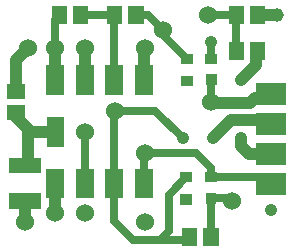
<source format=gbr>
G04 start of page 2 for group 0 idx 0 *
G04 Title: (unknown), left *
G04 Creator: pcb 20110918 *
G04 CreationDate: Fri Sep 12 16:05:54 2014 UTC *
G04 For: fosse *
G04 Format: Gerber/RS-274X *
G04 PCB-Dimensions: 300000 300000 *
G04 PCB-Coordinate-Origin: lower left *
%MOIN*%
%FSLAX25Y25*%
%LNTOP*%
%ADD23C,0.0350*%
%ADD22C,0.0200*%
%ADD21C,0.0410*%
%ADD20C,0.0600*%
%ADD19C,0.0460*%
%ADD18R,0.0750X0.0750*%
%ADD17R,0.0591X0.0591*%
%ADD16R,0.0590X0.0590*%
%ADD15R,0.0340X0.0340*%
%ADD14R,0.0590X0.0590*%
%ADD13R,0.0512X0.0512*%
%ADD12C,0.0250*%
%ADD11C,0.0400*%
G54D11*X26164Y247621D02*X17902D01*
G54D12*X35842Y230552D02*X35902Y247621D01*
G54D11*X12902Y254078D02*Y252621D01*
X16902Y237526D02*X15902Y236526D01*
G54D12*X25902Y285164D02*X27359Y286621D01*
G54D11*X12902Y261164D02*Y271621D01*
X16902Y275621D01*
X26000Y220719D02*X25902Y230454D01*
X26000Y230552D01*
X12902Y252621D02*X17902Y247621D01*
X16902D02*Y237526D01*
X15902Y217621D02*Y224716D01*
X26000Y265000D02*Y275523D01*
X25902Y275621D01*
X35842Y265001D02*Y275561D01*
X35902Y275621D01*
G54D12*X25902D02*Y285164D01*
X45684Y265000D02*Y286489D01*
Y231552D02*Y255403D01*
X34445Y286621D02*X45816D01*
G54D11*X55527Y265001D02*Y275246D01*
G54D12*Y230552D02*Y240246D01*
X55902Y240621D01*
X72902D01*
X63902Y226771D02*X69702Y232571D01*
X72902Y240621D02*X77902Y235621D01*
Y232571D01*
Y225621D02*X83902D01*
X84902Y224621D01*
X77902Y232500D02*X95750D01*
X98000Y230250D01*
G54D11*Y240250D02*X90750D01*
X88000Y243000D01*
Y245500D01*
X78500D02*X83500Y250500D01*
X83250Y250250D02*X84500Y251500D01*
X96750D01*
X98000Y250250D01*
G54D12*X45684Y229839D02*Y217839D01*
X51902Y211621D01*
X60902D02*X63902Y214621D01*
Y226771D01*
X51902Y211621D02*X69816D01*
X70816Y212621D01*
X77902D02*Y225171D01*
X61902Y281621D02*Y280021D01*
X77902Y277621D02*Y272221D01*
X45902Y254621D02*X59379D01*
X68500Y245500D01*
G54D11*X55527Y275246D02*X55902Y275621D01*
G54D12*X61902Y281621D02*X56902Y286621D01*
X52902D01*
X61902Y280021D02*X69902Y272021D01*
X76902Y286621D02*X86359D01*
Y274621D01*
G54D11*X93445Y286621D02*X99879D01*
X100000Y286500D01*
G54D12*X78102Y265071D02*X78000Y258000D01*
G54D11*X77993Y257493D02*X90993D01*
X92500Y259000D01*
X96750D01*
X98000Y260250D01*
X88000Y265000D02*X93000Y270000D01*
Y274176D01*
X93445Y274621D01*
G54D12*X77902Y272221D02*X78102Y272021D01*
G54D13*X86359Y275014D02*Y274228D01*
X93445Y275014D02*Y274228D01*
X86359Y287014D02*Y286228D01*
X93445Y287014D02*Y286228D01*
X45816Y287014D02*Y286228D01*
X52902Y287014D02*Y286228D01*
G54D14*X26000Y266969D02*Y263031D01*
G54D13*X27359Y287014D02*Y286228D01*
X34445Y287014D02*Y286228D01*
G54D15*X77802Y272021D02*X78402D01*
X69602D02*X70202D01*
X69602Y264621D02*X70202D01*
G54D13*X70816Y213014D02*Y212228D01*
X77902Y213014D02*Y212228D01*
G54D15*Y225771D02*Y225471D01*
X77602Y232571D02*X78202D01*
X69402D02*X70002D01*
X69402Y225171D02*X70002D01*
G54D14*X26000Y232521D02*Y228583D01*
G54D16*X26164Y249783D02*Y245459D01*
G54D13*X13147Y224716D02*X18657D01*
X13147Y236526D02*X18657D01*
G54D17*X35842Y266969D02*Y263032D01*
Y232520D02*Y228584D01*
G54D14*X45684Y266969D02*Y263031D01*
Y232521D02*Y228583D01*
G54D17*X55527Y266969D02*Y263032D01*
Y232520D02*Y228584D01*
G54D13*X12509Y254078D02*X13295D01*
X12509Y261164D02*X13295D01*
G54D15*X78102Y265221D02*Y264921D01*
G54D18*X96750Y260250D02*X99250D01*
X96750Y250250D02*X99250D01*
X96750Y240250D02*X99250D01*
X96750Y230250D02*X99250D01*
G54D19*X17902Y247621D03*
G54D20*X25902Y275621D03*
X16902D03*
X35902D03*
X55902D03*
X35902Y247621D03*
X45902Y254621D03*
X61902Y281621D03*
G54D21*X77902Y277621D03*
G54D20*X76902Y286621D03*
G54D19*X100000Y286500D03*
G54D20*X84902Y224621D03*
G54D21*X88000Y265000D03*
Y245500D03*
G54D20*X55902Y240621D03*
G54D21*X68500Y245500D03*
G54D20*X78000Y257500D03*
G54D21*X78500Y245500D03*
G54D20*X26000Y220719D03*
X55902Y217621D03*
X35902Y220621D03*
G54D21*X98000Y221500D03*
G54D20*X15902Y217621D03*
G54D22*G54D23*G54D22*G54D23*G54D22*G54D23*G54D22*G54D23*G54D22*G54D23*G54D22*G54D23*G54D22*G54D23*M02*

</source>
